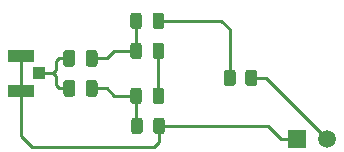
<source format=gbr>
%TF.GenerationSoftware,KiCad,Pcbnew,(5.1.10)-1*%
%TF.CreationDate,2021-11-30T19:49:35-05:00*%
%TF.ProjectId,Microwave_Circuit,4d696372-6f77-4617-9665-5f4369726375,rev?*%
%TF.SameCoordinates,Original*%
%TF.FileFunction,Copper,L2,Bot*%
%TF.FilePolarity,Positive*%
%FSLAX46Y46*%
G04 Gerber Fmt 4.6, Leading zero omitted, Abs format (unit mm)*
G04 Created by KiCad (PCBNEW (5.1.10)-1) date 2021-11-30 19:49:35*
%MOMM*%
%LPD*%
G01*
G04 APERTURE LIST*
%TA.AperFunction,SMDPad,CuDef*%
%ADD10R,2.200000X1.050000*%
%TD*%
%TA.AperFunction,SMDPad,CuDef*%
%ADD11R,1.050000X1.000000*%
%TD*%
%TA.AperFunction,ComponentPad*%
%ADD12C,1.508000*%
%TD*%
%TA.AperFunction,ComponentPad*%
%ADD13R,1.508000X1.508000*%
%TD*%
%TA.AperFunction,Conductor*%
%ADD14C,0.250000*%
%TD*%
G04 APERTURE END LIST*
%TO.P,R1,1*%
%TO.N,Net-(D1-Pad1)*%
%TA.AperFunction,SMDPad,CuDef*%
G36*
G01*
X191384500Y-69157001D02*
X191384500Y-68256999D01*
G75*
G02*
X191634499Y-68007000I249999J0D01*
G01*
X192159501Y-68007000D01*
G75*
G02*
X192409500Y-68256999I0J-249999D01*
G01*
X192409500Y-69157001D01*
G75*
G02*
X192159501Y-69407000I-249999J0D01*
G01*
X191634499Y-69407000D01*
G75*
G02*
X191384500Y-69157001I0J249999D01*
G01*
G37*
%TD.AperFunction*%
%TO.P,R1,2*%
%TO.N,Net-(D4-PadA)*%
%TA.AperFunction,SMDPad,CuDef*%
G36*
G01*
X193209500Y-69157001D02*
X193209500Y-68256999D01*
G75*
G02*
X193459499Y-68007000I249999J0D01*
G01*
X193984501Y-68007000D01*
G75*
G02*
X194234500Y-68256999I0J-249999D01*
G01*
X194234500Y-69157001D01*
G75*
G02*
X193984501Y-69407000I-249999J0D01*
G01*
X193459499Y-69407000D01*
G75*
G02*
X193209500Y-69157001I0J249999D01*
G01*
G37*
%TD.AperFunction*%
%TD*%
D10*
%TO.P,J1,G1*%
%TO.N,GND*%
X174244000Y-66851000D03*
%TO.P,J1,G2*%
X174244000Y-69801000D03*
D11*
%TO.P,J1,1*%
%TO.N,Net-(C1-Pad2)*%
X175769000Y-68326000D03*
%TD*%
%TO.P,D5,1*%
%TO.N,Net-(C2-Pad2)*%
%TA.AperFunction,SMDPad,CuDef*%
G36*
G01*
X183550500Y-73227250D02*
X183550500Y-72314750D01*
G75*
G02*
X183794250Y-72071000I243750J0D01*
G01*
X184281750Y-72071000D01*
G75*
G02*
X184525500Y-72314750I0J-243750D01*
G01*
X184525500Y-73227250D01*
G75*
G02*
X184281750Y-73471000I-243750J0D01*
G01*
X183794250Y-73471000D01*
G75*
G02*
X183550500Y-73227250I0J243750D01*
G01*
G37*
%TD.AperFunction*%
%TO.P,D5,2*%
%TO.N,GND*%
%TA.AperFunction,SMDPad,CuDef*%
G36*
G01*
X185425500Y-73227250D02*
X185425500Y-72314750D01*
G75*
G02*
X185669250Y-72071000I243750J0D01*
G01*
X186156750Y-72071000D01*
G75*
G02*
X186400500Y-72314750I0J-243750D01*
G01*
X186400500Y-73227250D01*
G75*
G02*
X186156750Y-73471000I-243750J0D01*
G01*
X185669250Y-73471000D01*
G75*
G02*
X185425500Y-73227250I0J243750D01*
G01*
G37*
%TD.AperFunction*%
%TD*%
D12*
%TO.P,D4,A*%
%TO.N,Net-(D4-PadA)*%
X200152000Y-73914000D03*
D13*
%TO.P,D4,C*%
%TO.N,GND*%
X197612000Y-73914000D03*
%TD*%
%TO.P,D3,2*%
%TO.N,Net-(C2-Pad2)*%
%TA.AperFunction,SMDPad,CuDef*%
G36*
G01*
X184462000Y-69774750D02*
X184462000Y-70687250D01*
G75*
G02*
X184218250Y-70931000I-243750J0D01*
G01*
X183730750Y-70931000D01*
G75*
G02*
X183487000Y-70687250I0J243750D01*
G01*
X183487000Y-69774750D01*
G75*
G02*
X183730750Y-69531000I243750J0D01*
G01*
X184218250Y-69531000D01*
G75*
G02*
X184462000Y-69774750I0J-243750D01*
G01*
G37*
%TD.AperFunction*%
%TO.P,D3,1*%
%TO.N,Net-(D2-Pad2)*%
%TA.AperFunction,SMDPad,CuDef*%
G36*
G01*
X186337000Y-69774750D02*
X186337000Y-70687250D01*
G75*
G02*
X186093250Y-70931000I-243750J0D01*
G01*
X185605750Y-70931000D01*
G75*
G02*
X185362000Y-70687250I0J243750D01*
G01*
X185362000Y-69774750D01*
G75*
G02*
X185605750Y-69531000I243750J0D01*
G01*
X186093250Y-69531000D01*
G75*
G02*
X186337000Y-69774750I0J-243750D01*
G01*
G37*
%TD.AperFunction*%
%TD*%
%TO.P,D2,1*%
%TO.N,Net-(C1-Pad1)*%
%TA.AperFunction,SMDPad,CuDef*%
G36*
G01*
X183487000Y-66877250D02*
X183487000Y-65964750D01*
G75*
G02*
X183730750Y-65721000I243750J0D01*
G01*
X184218250Y-65721000D01*
G75*
G02*
X184462000Y-65964750I0J-243750D01*
G01*
X184462000Y-66877250D01*
G75*
G02*
X184218250Y-67121000I-243750J0D01*
G01*
X183730750Y-67121000D01*
G75*
G02*
X183487000Y-66877250I0J243750D01*
G01*
G37*
%TD.AperFunction*%
%TO.P,D2,2*%
%TO.N,Net-(D2-Pad2)*%
%TA.AperFunction,SMDPad,CuDef*%
G36*
G01*
X185362000Y-66877250D02*
X185362000Y-65964750D01*
G75*
G02*
X185605750Y-65721000I243750J0D01*
G01*
X186093250Y-65721000D01*
G75*
G02*
X186337000Y-65964750I0J-243750D01*
G01*
X186337000Y-66877250D01*
G75*
G02*
X186093250Y-67121000I-243750J0D01*
G01*
X185605750Y-67121000D01*
G75*
G02*
X185362000Y-66877250I0J243750D01*
G01*
G37*
%TD.AperFunction*%
%TD*%
%TO.P,D1,2*%
%TO.N,Net-(C1-Pad1)*%
%TA.AperFunction,SMDPad,CuDef*%
G36*
G01*
X184462000Y-63424750D02*
X184462000Y-64337250D01*
G75*
G02*
X184218250Y-64581000I-243750J0D01*
G01*
X183730750Y-64581000D01*
G75*
G02*
X183487000Y-64337250I0J243750D01*
G01*
X183487000Y-63424750D01*
G75*
G02*
X183730750Y-63181000I243750J0D01*
G01*
X184218250Y-63181000D01*
G75*
G02*
X184462000Y-63424750I0J-243750D01*
G01*
G37*
%TD.AperFunction*%
%TO.P,D1,1*%
%TO.N,Net-(D1-Pad1)*%
%TA.AperFunction,SMDPad,CuDef*%
G36*
G01*
X186337000Y-63424750D02*
X186337000Y-64337250D01*
G75*
G02*
X186093250Y-64581000I-243750J0D01*
G01*
X185605750Y-64581000D01*
G75*
G02*
X185362000Y-64337250I0J243750D01*
G01*
X185362000Y-63424750D01*
G75*
G02*
X185605750Y-63181000I243750J0D01*
G01*
X186093250Y-63181000D01*
G75*
G02*
X186337000Y-63424750I0J-243750D01*
G01*
G37*
%TD.AperFunction*%
%TD*%
%TO.P,C2,1*%
%TO.N,Net-(C1-Pad2)*%
%TA.AperFunction,SMDPad,CuDef*%
G36*
G01*
X177813000Y-70071000D02*
X177813000Y-69121000D01*
G75*
G02*
X178063000Y-68871000I250000J0D01*
G01*
X178563000Y-68871000D01*
G75*
G02*
X178813000Y-69121000I0J-250000D01*
G01*
X178813000Y-70071000D01*
G75*
G02*
X178563000Y-70321000I-250000J0D01*
G01*
X178063000Y-70321000D01*
G75*
G02*
X177813000Y-70071000I0J250000D01*
G01*
G37*
%TD.AperFunction*%
%TO.P,C2,2*%
%TO.N,Net-(C2-Pad2)*%
%TA.AperFunction,SMDPad,CuDef*%
G36*
G01*
X179713000Y-70071000D02*
X179713000Y-69121000D01*
G75*
G02*
X179963000Y-68871000I250000J0D01*
G01*
X180463000Y-68871000D01*
G75*
G02*
X180713000Y-69121000I0J-250000D01*
G01*
X180713000Y-70071000D01*
G75*
G02*
X180463000Y-70321000I-250000J0D01*
G01*
X179963000Y-70321000D01*
G75*
G02*
X179713000Y-70071000I0J250000D01*
G01*
G37*
%TD.AperFunction*%
%TD*%
%TO.P,C1,1*%
%TO.N,Net-(C1-Pad1)*%
%TA.AperFunction,SMDPad,CuDef*%
G36*
G01*
X180708000Y-66581000D02*
X180708000Y-67531000D01*
G75*
G02*
X180458000Y-67781000I-250000J0D01*
G01*
X179958000Y-67781000D01*
G75*
G02*
X179708000Y-67531000I0J250000D01*
G01*
X179708000Y-66581000D01*
G75*
G02*
X179958000Y-66331000I250000J0D01*
G01*
X180458000Y-66331000D01*
G75*
G02*
X180708000Y-66581000I0J-250000D01*
G01*
G37*
%TD.AperFunction*%
%TO.P,C1,2*%
%TO.N,Net-(C1-Pad2)*%
%TA.AperFunction,SMDPad,CuDef*%
G36*
G01*
X178808000Y-66581000D02*
X178808000Y-67531000D01*
G75*
G02*
X178558000Y-67781000I-250000J0D01*
G01*
X178058000Y-67781000D01*
G75*
G02*
X177808000Y-67531000I0J250000D01*
G01*
X177808000Y-66581000D01*
G75*
G02*
X178058000Y-66331000I250000J0D01*
G01*
X178558000Y-66331000D01*
G75*
G02*
X178808000Y-66581000I0J-250000D01*
G01*
G37*
%TD.AperFunction*%
%TD*%
D14*
%TO.N,Net-(C1-Pad2)*%
X178308000Y-67056000D02*
X177419000Y-67056000D01*
X177419000Y-67056000D02*
X177165000Y-67310000D01*
X177165000Y-67310000D02*
X177165000Y-68072000D01*
X176911000Y-68326000D02*
X175769000Y-68326000D01*
X177165000Y-68072000D02*
X176911000Y-68326000D01*
X176911000Y-68326000D02*
X177165000Y-68580000D01*
X177165000Y-68580000D02*
X177165000Y-69342000D01*
X177419000Y-69596000D02*
X177165000Y-69342000D01*
X178313000Y-69596000D02*
X177419000Y-69596000D01*
%TO.N,Net-(C1-Pad1)*%
X180208000Y-67056000D02*
X181483000Y-67056000D01*
X182118000Y-66421000D02*
X183974500Y-66421000D01*
X181483000Y-67056000D02*
X182118000Y-66421000D01*
X183974500Y-63881000D02*
X183974500Y-66421000D01*
%TO.N,Net-(C2-Pad2)*%
X180213000Y-69596000D02*
X181483000Y-69596000D01*
X181483000Y-69596000D02*
X182118000Y-70231000D01*
X182118000Y-70231000D02*
X183974500Y-70231000D01*
X183974500Y-72707500D02*
X184038000Y-72771000D01*
X183974500Y-70231000D02*
X183974500Y-72707500D01*
%TO.N,Net-(D1-Pad1)*%
X185849500Y-63881000D02*
X191198500Y-63881000D01*
X191897000Y-64579500D02*
X191897000Y-68707000D01*
X191198500Y-63881000D02*
X191897000Y-64579500D01*
%TO.N,Net-(D2-Pad2)*%
X185849500Y-66421000D02*
X185849500Y-70231000D01*
%TO.N,Net-(D4-PadA)*%
X194945000Y-68707000D02*
X193722000Y-68707000D01*
X200152000Y-73914000D02*
X194945000Y-68707000D01*
%TO.N,GND*%
X197612000Y-73914000D02*
X197612000Y-73660000D01*
X174244000Y-66851000D02*
X174244000Y-69801000D01*
X174244000Y-73660000D02*
X174244000Y-69801000D01*
X185913000Y-72771000D02*
X195135500Y-72771000D01*
X196278500Y-73914000D02*
X197612000Y-73914000D01*
X195135500Y-72771000D02*
X196278500Y-73914000D01*
X185913000Y-72771000D02*
X185913000Y-74119500D01*
X185913000Y-74119500D02*
X185483500Y-74549000D01*
X175133000Y-74549000D02*
X174244000Y-73660000D01*
X185483500Y-74549000D02*
X175133000Y-74549000D01*
%TD*%
M02*

</source>
